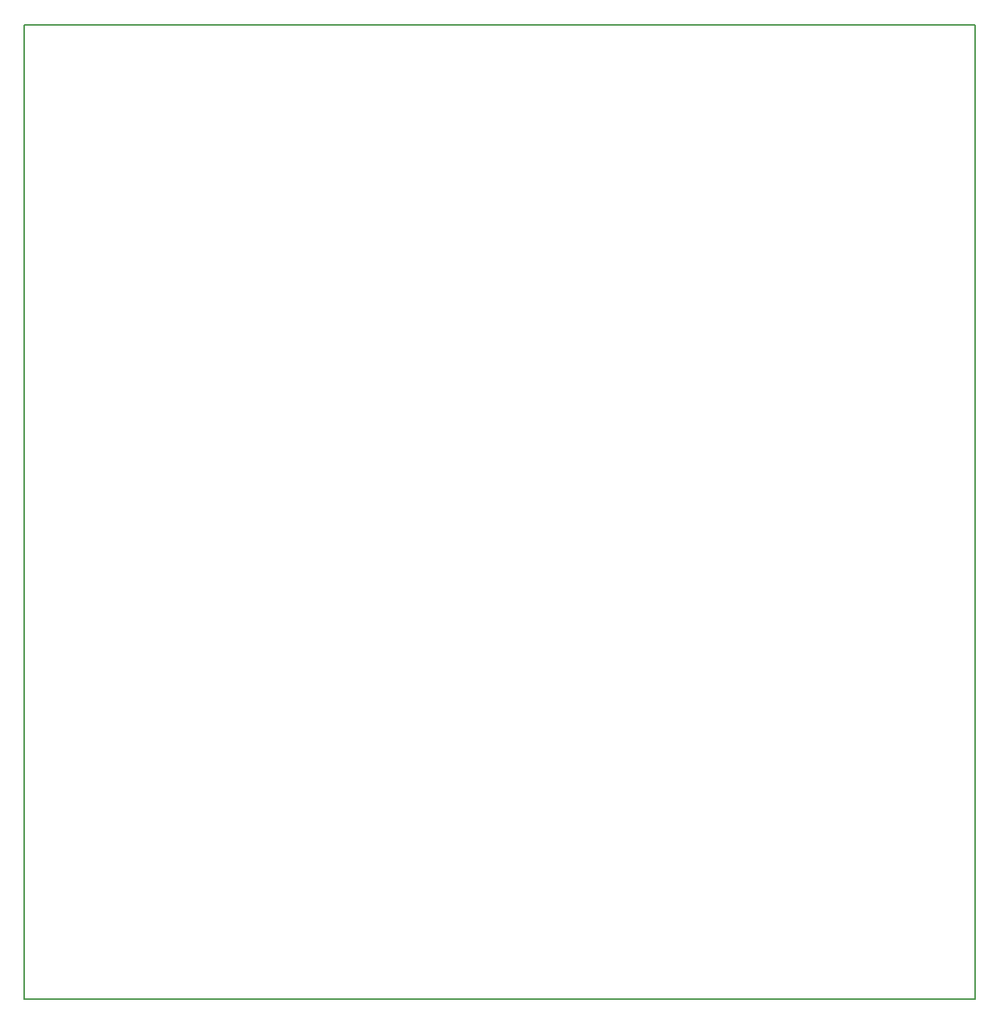
<source format=gbr>
G04 #@! TF.GenerationSoftware,KiCad,Pcbnew,(5.0.1)-3*
G04 #@! TF.CreationDate,2019-05-30T19:07:58-06:00*
G04 #@! TF.ProjectId,oMIDItone V2,6F4D494449746F6E652056322E6B6963,rev?*
G04 #@! TF.SameCoordinates,Original*
G04 #@! TF.FileFunction,Profile,NP*
%FSLAX46Y46*%
G04 Gerber Fmt 4.6, Leading zero omitted, Abs format (unit mm)*
G04 Created by KiCad (PCBNEW (5.0.1)-3) date 2019-05-30 7:07:58 PM*
%MOMM*%
%LPD*%
G01*
G04 APERTURE LIST*
%ADD10C,0.150000*%
G04 APERTURE END LIST*
D10*
X36830000Y-48260000D02*
X36830000Y-157480000D01*
X143510000Y-48260000D02*
X36830000Y-48260000D01*
X143510000Y-157480000D02*
X143510000Y-48260000D01*
X36830000Y-157480000D02*
X143510000Y-157480000D01*
M02*

</source>
